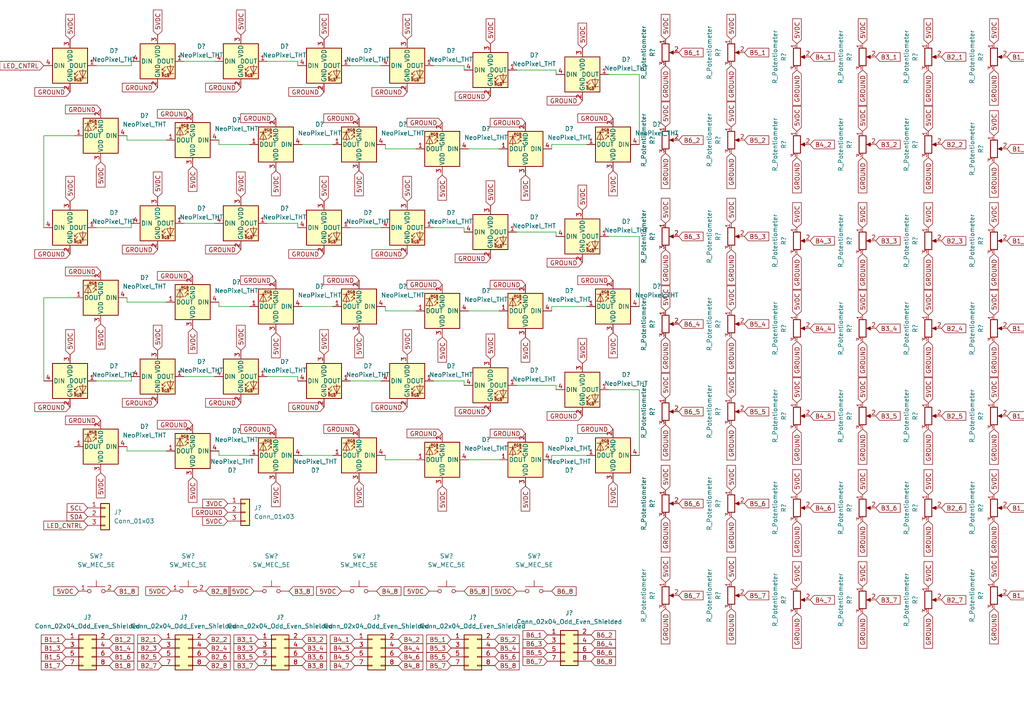
<source format=kicad_sch>
(kicad_sch (version 20211123) (generator eeschema)
  (paper "A4")
  (wire (pts (xy 77.47 17.78) (xy 86.36 17.78)))
  (wire (pts (xy 27.94 110.49) (xy 38.1 110.49)))
  (wire (pts (xy 63.5 41.91) (xy 63.5 40.64)))
  (wire (pts (xy 48.26 40.64) (xy 36.83 40.64)))
  (wire (pts (xy 176.53 21.59) (xy 185.42 21.59)))
  (wire (pts (xy 149.86 20.32) (xy 161.29 20.32)))
  (wire (pts (xy 125.73 110.49) (xy 134.62 110.49)))
  (wire (pts (xy 72.39 41.91) (xy 63.5 41.91)))
  (wire (pts (xy 21.59 39.37) (xy 12.7 39.37)))
  (wire (pts (xy 185.42 21.59) (xy 185.42 41.91)))
  (wire (pts (xy 134.62 19.05) (xy 134.62 20.32)))
  (wire (pts (xy 170.18 41.91) (xy 160.02 41.91)))
  (wire (pts (xy 38.1 66.04) (xy 38.1 64.77)))
  (wire (pts (xy 111.76 133.35) (xy 111.76 132.08)))
  (wire (pts (xy 160.02 132.08) (xy 160.02 133.35)))
  (wire (pts (xy 53.34 17.78) (xy 62.23 17.78)))
  (wire (pts (xy 161.29 67.31) (xy 161.29 68.58)))
  (wire (pts (xy 53.34 64.77) (xy 62.23 64.77)))
  (wire (pts (xy 12.7 86.36) (xy 12.7 110.49)))
  (wire (pts (xy 111.76 43.18) (xy 111.76 41.91)))
  (wire (pts (xy 135.89 43.18) (xy 144.78 43.18)))
  (wire (pts (xy 72.39 88.9) (xy 63.5 88.9)))
  (wire (pts (xy 48.26 130.81) (xy 36.83 130.81)))
  (wire (pts (xy 134.62 66.04) (xy 134.62 67.31)))
  (wire (pts (xy 87.63 132.08) (xy 96.52 132.08)))
  (wire (pts (xy 63.5 132.08) (xy 63.5 130.81)))
  (wire (pts (xy 135.89 133.35) (xy 144.78 133.35)))
  (wire (pts (xy 48.26 87.63) (xy 36.83 87.63)))
  (wire (pts (xy 77.47 109.22) (xy 86.36 109.22)))
  (wire (pts (xy 38.1 19.05) (xy 38.1 17.78)))
  (wire (pts (xy 161.29 111.76) (xy 161.29 113.03)))
  (wire (pts (xy 101.6 110.49) (xy 110.49 110.49)))
  (wire (pts (xy 170.18 132.08) (xy 160.02 132.08)))
  (wire (pts (xy 160.02 88.9) (xy 160.02 90.17)))
  (wire (pts (xy 170.18 88.9) (xy 160.02 88.9)))
  (wire (pts (xy 120.65 133.35) (xy 111.76 133.35)))
  (wire (pts (xy 77.47 64.77) (xy 86.36 64.77)))
  (wire (pts (xy 120.65 90.17) (xy 111.76 90.17)))
  (wire (pts (xy 125.73 19.05) (xy 134.62 19.05)))
  (wire (pts (xy 86.36 17.78) (xy 86.36 19.05)))
  (wire (pts (xy 36.83 40.64) (xy 36.83 39.37)))
  (wire (pts (xy 53.34 109.22) (xy 62.23 109.22)))
  (wire (pts (xy 86.36 109.22) (xy 86.36 110.49)))
  (wire (pts (xy 36.83 130.81) (xy 36.83 129.54)))
  (wire (pts (xy 176.53 68.58) (xy 185.42 68.58)))
  (wire (pts (xy 86.36 64.77) (xy 86.36 66.04)))
  (wire (pts (xy 21.59 86.36) (xy 12.7 86.36)))
  (wire (pts (xy 149.86 67.31) (xy 161.29 67.31)))
  (wire (pts (xy 101.6 19.05) (xy 110.49 19.05)))
  (wire (pts (xy 27.94 19.05) (xy 38.1 19.05)))
  (wire (pts (xy 185.42 113.03) (xy 185.42 132.08)))
  (wire (pts (xy 36.83 87.63) (xy 36.83 86.36)))
  (wire (pts (xy 160.02 41.91) (xy 160.02 43.18)))
  (wire (pts (xy 185.42 68.58) (xy 185.42 88.9)))
  (wire (pts (xy 101.6 66.04) (xy 110.49 66.04)))
  (wire (pts (xy 87.63 88.9) (xy 96.52 88.9)))
  (wire (pts (xy 176.53 113.03) (xy 185.42 113.03)))
  (wire (pts (xy 149.86 111.76) (xy 161.29 111.76)))
  (wire (pts (xy 111.76 90.17) (xy 111.76 88.9)))
  (wire (pts (xy 63.5 88.9) (xy 63.5 87.63)))
  (wire (pts (xy 12.7 39.37) (xy 12.7 66.04)))
  (wire (pts (xy 135.89 90.17) (xy 144.78 90.17)))
  (wire (pts (xy 27.94 66.04) (xy 38.1 66.04)))
  (wire (pts (xy 72.39 132.08) (xy 63.5 132.08)))
  (wire (pts (xy 87.63 41.91) (xy 96.52 41.91)))
  (wire (pts (xy 134.62 110.49) (xy 134.62 111.76)))
  (wire (pts (xy 38.1 110.49) (xy 38.1 109.22)))
  (wire (pts (xy 120.65 43.18) (xy 111.76 43.18)))
  (wire (pts (xy 125.73 66.04) (xy 134.62 66.04)))
  (wire (pts (xy 161.29 20.32) (xy 161.29 21.59)))
  (global_label "GROUND" (shape input) (at 29.21 31.75 180) (property "Intersheet References" "${INTERSHEET_REFS}" (effects hide)))
  (global_label "B4_5" (shape input) (at 234.95 120.65 0) (property "Intersheet References" "${INTERSHEET_REFS}" (effects hide)))
  (global_label "5VDC" (shape input) (at 193.04 90.17 90) (property "Intersheet References" "${INTERSHEET_REFS}" (effects hide)))
  (global_label "B3_6" (shape input) (at 254 147.32 0) (property "Intersheet References" "${INTERSHEET_REFS}" (effects hide)))
  (global_label "B5_8" (shape input) (at 143.51 193.04 0) (property "Intersheet References" "${INTERSHEET_REFS}" (effects hide)))
  (global_label "5VDC" (shape input) (at 29.21 137.16 270) (property "Intersheet References" "${INTERSHEET_REFS}" (effects hide)))
  (global_label "GROUND" (shape input) (at 231.14 20.32 270) (property "Intersheet References" "${INTERSHEET_REFS}" (effects hide)))
  (global_label "LED_CNTRL" (shape input) (at 25.4 152.4 180) (property "Intersheet References" "${INTERSHEET_REFS}" (effects hide)))
  (global_label "5VDC" (shape input) (at 93.98 58.42 90) (property "Intersheet References" "${INTERSHEET_REFS}" (effects hide)))
  (global_label "B5_3" (shape input) (at 130.81 187.96 180) (property "Intersheet References" "${INTERSHEET_REFS}" (effects hide)))
  (global_label "GROUND" (shape input) (at 152.4 125.73 180) (property "Intersheet References" "${INTERSHEET_REFS}" (effects hide)))
  (global_label "5VDC" (shape input) (at 212.09 11.43 90) (property "Intersheet References" "${INTERSHEET_REFS}" (effects hide)))
  (global_label "GROUND" (shape input) (at 104.14 124.46 180) (property "Intersheet References" "${INTERSHEET_REFS}" (effects hide)))
  (global_label "GROUND" (shape input) (at 269.24 177.8 270) (property "Intersheet References" "${INTERSHEET_REFS}" (effects hide)))
  (global_label "GROUND" (shape input) (at 250.19 73.66 270) (property "Intersheet References" "${INTERSHEET_REFS}" (effects hide)))
  (global_label "GROUND" (shape input) (at 142.24 119.38 180) (property "Intersheet References" "${INTERSHEET_REFS}" (effects hide)))
  (global_label "GROUND" (shape input) (at 231.14 99.06 270) (property "Intersheet References" "${INTERSHEET_REFS}" (effects hide)))
  (global_label "B1_7" (shape input) (at 19.05 193.04 180) (property "Intersheet References" "${INTERSHEET_REFS}" (effects hide)))
  (global_label "5VDC" (shape input) (at 168.91 13.97 90) (property "Intersheet References" "${INTERSHEET_REFS}" (effects hide)))
  (global_label "B2_1" (shape input) (at 273.05 16.51 0) (property "Intersheet References" "${INTERSHEET_REFS}" (effects hide)))
  (global_label "GROUND" (shape input) (at 193.04 176.53 270) (property "Intersheet References" "${INTERSHEET_REFS}" (effects hide)))
  (global_label "B3_4" (shape input) (at 254 95.25 0) (property "Intersheet References" "${INTERSHEET_REFS}" (effects hide)))
  (global_label "GROUND" (shape input) (at 118.11 26.67 180) (property "Intersheet References" "${INTERSHEET_REFS}" (effects hide)))
  (global_label "B1_1" (shape input) (at 292.1 16.51 0) (property "Intersheet References" "${INTERSHEET_REFS}" (effects hide)))
  (global_label "5VDC" (shape input) (at 69.85 57.15 90) (property "Intersheet References" "${INTERSHEET_REFS}" (effects hide)))
  (global_label "5VDC" (shape input) (at 45.72 57.15 90) (property "Intersheet References" "${INTERSHEET_REFS}" (effects hide)))
  (global_label "B6_2" (shape input) (at 196.85 40.64 0) (property "Intersheet References" "${INTERSHEET_REFS}" (effects hide)))
  (global_label "GROUND" (shape input) (at 231.14 124.46 270) (property "Intersheet References" "${INTERSHEET_REFS}" (effects hide)))
  (global_label "GROUND" (shape input) (at 212.09 72.39 270) (property "Intersheet References" "${INTERSHEET_REFS}" (effects hide)))
  (global_label "5VDC" (shape input) (at 80.01 139.7 270) (property "Intersheet References" "${INTERSHEET_REFS}" (effects hide)))
  (global_label "B3_5" (shape input) (at 254 120.65 0) (property "Intersheet References" "${INTERSHEET_REFS}" (effects hide)))
  (global_label "5VDC" (shape input) (at 231.14 12.7 90) (property "Intersheet References" "${INTERSHEET_REFS}" (effects hide)))
  (global_label "B4_1" (shape input) (at 234.95 16.51 0) (property "Intersheet References" "${INTERSHEET_REFS}" (effects hide)))
  (global_label "5VDC" (shape input) (at 269.24 66.04 90) (property "Intersheet References" "${INTERSHEET_REFS}" (effects hide)))
  (global_label "B1_8" (shape input) (at 33.02 171.45 0) (property "Intersheet References" "${INTERSHEET_REFS}" (effects hide)))
  (global_label "B6_4" (shape input) (at 196.85 93.98 0) (property "Intersheet References" "${INTERSHEET_REFS}" (effects hide)))
  (global_label "5VDC" (shape input) (at 193.04 168.91 90) (property "Intersheet References" "${INTERSHEET_REFS}" (effects hide)))
  (global_label "GROUND" (shape input) (at 269.24 45.72 270) (property "Intersheet References" "${INTERSHEET_REFS}" (effects hide)))
  (global_label "GROUND" (shape input) (at 128.27 125.73 180) (property "Intersheet References" "${INTERSHEET_REFS}" (effects hide)))
  (global_label "5VDC" (shape input) (at 269.24 38.1 90) (property "Intersheet References" "${INTERSHEET_REFS}" (effects hide)))
  (global_label "5VDC" (shape input) (at 69.85 101.6 90) (property "Intersheet References" "${INTERSHEET_REFS}" (effects hide)))
  (global_label "5VDC" (shape input) (at 250.19 170.18 90) (property "Intersheet References" "${INTERSHEET_REFS}" (effects hide)))
  (global_label "B3_8" (shape input) (at 87.63 193.04 0) (property "Intersheet References" "${INTERSHEET_REFS}" (effects hide)))
  (global_label "GROUND" (shape input) (at 212.09 149.86 270) (property "Intersheet References" "${INTERSHEET_REFS}" (effects hide)))
  (global_label "5VDC" (shape input) (at 104.14 49.53 270) (property "Intersheet References" "${INTERSHEET_REFS}" (effects hide)))
  (global_label "5VDC" (shape input) (at 231.14 38.1 90) (property "Intersheet References" "${INTERSHEET_REFS}" (effects hide)))
  (global_label "GROUND" (shape input) (at 250.19 177.8 270) (property "Intersheet References" "${INTERSHEET_REFS}" (effects hide)))
  (global_label "3VDC" (shape input) (at 66.04 146.05 180) (property "Intersheet References" "${INTERSHEET_REFS}" (effects hide)))
  (global_label "GROUND" (shape input) (at 231.14 45.72 270) (property "Intersheet References" "${INTERSHEET_REFS}" (effects hide)))
  (global_label "B1_4" (shape input) (at 31.75 187.96 0) (property "Intersheet References" "${INTERSHEET_REFS}" (effects hide)))
  (global_label "GROUND" (shape input) (at 193.04 44.45 270) (property "Intersheet References" "${INTERSHEET_REFS}" (effects hide)))
  (global_label "5VDC" (shape input) (at 250.19 12.7 90) (property "Intersheet References" "${INTERSHEET_REFS}" (effects hide)))
  (global_label "5VDC" (shape input) (at 118.11 58.42 90) (property "Intersheet References" "${INTERSHEET_REFS}" (effects hide)))
  (global_label "GROUND" (shape input) (at 29.21 121.92 180) (property "Intersheet References" "${INTERSHEET_REFS}" (effects hide)))
  (global_label "GROUND" (shape input) (at 128.27 82.55 180) (property "Intersheet References" "${INTERSHEET_REFS}" (effects hide)))
  (global_label "5VDC" (shape input) (at 288.29 66.04 90) (property "Intersheet References" "${INTERSHEET_REFS}" (effects hide)))
  (global_label "GROUND" (shape input) (at 269.24 99.06 270) (property "Intersheet References" "${INTERSHEET_REFS}" (effects hide)))
  (global_label "GROUND" (shape input) (at 118.11 118.11 180) (property "Intersheet References" "${INTERSHEET_REFS}" (effects hide)))
  (global_label "GROUND" (shape input) (at 231.14 177.8 270) (property "Intersheet References" "${INTERSHEET_REFS}" (effects hide)))
  (global_label "GROUND" (shape input) (at 29.21 78.74 180) (property "Intersheet References" "${INTERSHEET_REFS}" (effects hide)))
  (global_label "5VDC" (shape input) (at 93.98 102.87 90) (property "Intersheet References" "${INTERSHEET_REFS}" (effects hide)))
  (global_label "B3_3" (shape input) (at 254 69.85 0) (property "Intersheet References" "${INTERSHEET_REFS}" (effects hide)))
  (global_label "5VDC" (shape input) (at 269.24 116.84 90) (property "Intersheet References" "${INTERSHEET_REFS}" (effects hide)))
  (global_label "B1_6" (shape input) (at 31.75 190.5 0) (property "Intersheet References" "${INTERSHEET_REFS}" (effects hide)))
  (global_label "B1_5" (shape input) (at 292.1 120.65 0) (property "Intersheet References" "${INTERSHEET_REFS}" (effects hide)))
  (global_label "B6_7" (shape input) (at 158.75 191.77 180) (property "Intersheet References" "${INTERSHEET_REFS}" (effects hide)))
  (global_label "5VDC" (shape input) (at 20.32 11.43 90) (property "Intersheet References" "${INTERSHEET_REFS}" (effects hide)))
  (global_label "B4_8" (shape input) (at 115.57 193.04 0) (property "Intersheet References" "${INTERSHEET_REFS}" (effects hide)))
  (global_label "5VDC" (shape input) (at 212.09 64.77 90) (property "Intersheet References" "${INTERSHEET_REFS}" (effects hide)))
  (global_label "GROUND" (shape input) (at 288.29 176.53 270) (property "Intersheet References" "${INTERSHEET_REFS}" (effects hide)))
  (global_label "B3_6" (shape input) (at 87.63 190.5 0) (property "Intersheet References" "${INTERSHEET_REFS}" (effects hide)))
  (global_label "GROUND" (shape input) (at 193.04 97.79 270) (property "Intersheet References" "${INTERSHEET_REFS}" (effects hide)))
  (global_label "GROUND" (shape input) (at 288.29 99.06 270) (property "Intersheet References" "${INTERSHEET_REFS}" (effects hide)))
  (global_label "B1_4" (shape input) (at 292.1 95.25 0) (property "Intersheet References" "${INTERSHEET_REFS}" (effects hide)))
  (global_label "GROUND" (shape input) (at 69.85 72.39 180) (property "Intersheet References" "${INTERSHEET_REFS}" (effects hide)))
  (global_label "B3_2" (shape input) (at 254 41.91 0) (property "Intersheet References" "${INTERSHEET_REFS}" (effects hide)))
  (global_label "B2_4" (shape input) (at 59.69 187.96 0) (property "Intersheet References" "${INTERSHEET_REFS}" (effects hide)))
  (global_label "5VDC" (shape input) (at 212.09 90.17 90) (property "Intersheet References" "${INTERSHEET_REFS}" (effects hide)))
  (global_label "5VDC" (shape input) (at 231.14 66.04 90) (property "Intersheet References" "${INTERSHEET_REFS}" (effects hide)))
  (global_label "SDA" (shape input) (at 25.4 149.86 180) (property "Intersheet References" "${INTERSHEET_REFS}" (effects hide)))
  (global_label "B5_7" (shape input) (at 130.81 193.04 180) (property "Intersheet References" "${INTERSHEET_REFS}" (effects hide)))
  (global_label "5VDC" (shape input) (at 142.24 59.69 90) (property "Intersheet References" "${INTERSHEET_REFS}" (effects hide)))
  (global_label "GROUND" (shape input) (at 20.32 118.11 180) (property "Intersheet References" "${INTERSHEET_REFS}" (effects hide)))
  (global_label "B6_3" (shape input) (at 158.75 186.69 180) (property "Intersheet References" "${INTERSHEET_REFS}" (effects hide)))
  (global_label "B5_5" (shape input) (at 130.81 190.5 180) (property "Intersheet References" "${INTERSHEET_REFS}" (effects hide)))
  (global_label "B3_8" (shape input) (at 83.82 171.45 0) (property "Intersheet References" "${INTERSHEET_REFS}" (effects hide)))
  (global_label "B2_2" (shape input) (at 273.05 41.91 0) (property "Intersheet References" "${INTERSHEET_REFS}" (effects hide)))
  (global_label "5VDC" (shape input) (at 152.4 97.79 270) (property "Intersheet References" "${INTERSHEET_REFS}" (effects hide)))
  (global_label "GROUND" (shape input) (at 118.11 73.66 180) (property "Intersheet References" "${INTERSHEET_REFS}" (effects hide)))
  (global_label "GROUND" (shape input) (at 250.19 20.32 270) (property "Intersheet References" "${INTERSHEET_REFS}" (effects hide)))
  (global_label "GROUND" (shape input) (at 80.01 124.46 180) (property "Intersheet References" "${INTERSHEET_REFS}" (effects hide)))
  (global_label "GROUND" (shape input) (at 269.24 20.32 270) (property "Intersheet References" "${INTERSHEET_REFS}" (effects hide)))
  (global_label "B2_8" (shape input) (at 59.69 193.04 0) (property "Intersheet References" "${INTERSHEET_REFS}" (effects hide)))
  (global_label "B1_2" (shape input) (at 292.1 43.18 0) (property "Intersheet References" "${INTERSHEET_REFS}" (effects hide)))
  (global_label "5VDC" (shape input) (at 288.29 91.44 90) (property "Intersheet References" "${INTERSHEET_REFS}" (effects hide)))
  (global_label "B4_6" (shape input) (at 234.95 147.32 0) (property "Intersheet References" "${INTERSHEET_REFS}" (effects hide)))
  (global_label "GROUND" (shape input) (at 69.85 25.4 180) (property "Intersheet References" "${INTERSHEET_REFS}" (effects hide)))
  (global_label "5VDC" (shape input) (at 177.8 139.7 270) (property "Intersheet References" "${INTERSHEET_REFS}" (effects hide)))
  (global_label "5VDC" (shape input) (at 149.86 171.45 180) (property "Intersheet References" "${INTERSHEET_REFS}" (effects hide)))
  (global_label "GROUND" (shape input) (at 193.04 72.39 270) (property "Intersheet References" "${INTERSHEET_REFS}" (effects hide)))
  (global_label "5VDC" (shape input) (at 250.19 38.1 90) (property "Intersheet References" "${INTERSHEET_REFS}" (effects hide)))
  (global_label "B2_4" (shape input) (at 273.05 95.25 0) (property "Intersheet References" "${INTERSHEET_REFS}" (effects hide)))
  (global_label "5VDC" (shape input) (at 73.66 171.45 180) (property "Intersheet References" "${INTERSHEET_REFS}" (effects hide)))
  (global_label "5VDC" (shape input) (at 250.19 116.84 90) (property "Intersheet References" "${INTERSHEET_REFS}" (effects hide)))
  (global_label "B4_2" (shape input) (at 234.95 41.91 0) (property "Intersheet References" "${INTERSHEET_REFS}" (effects hide)))
  (global_label "B5_4" (shape input) (at 143.51 187.96 0) (property "Intersheet References" "${INTERSHEET_REFS}" (effects hide)))
  (global_label "5VDC" (shape input) (at 193.04 36.83 90) (property "Intersheet References" "${INTERSHEET_REFS}" (effects hide)))
  (global_label "GROUND" (shape input) (at 45.72 25.4 180) (property "Intersheet References" "${INTERSHEET_REFS}" (effects hide)))
  (global_label "B2_8" (shape input) (at 59.69 171.45 0) (property "Intersheet References" "${INTERSHEET_REFS}" (effects hide)))
  (global_label "B6_3" (shape input) (at 196.85 68.58 0) (property "Intersheet References" "${INTERSHEET_REFS}" (effects hide)))
  (global_label "5VDC" (shape input) (at 104.14 139.7 270) (property "Intersheet References" "${INTERSHEET_REFS}" (effects hide)))
  (global_label "5VDC" (shape input) (at 128.27 97.79 270) (property "Intersheet References" "${INTERSHEET_REFS}" (effects hide)))
  (global_label "5VDC" (shape input) (at 269.24 143.51 90) (property "Intersheet References" "${INTERSHEET_REFS}" (effects hide)))
  (global_label "GROUND" (shape input) (at 177.8 124.46 180) (property "Intersheet References" "${INTERSHEET_REFS}" (effects hide)))
  (global_label "B1_1" (shape input) (at 19.05 185.42 180) (property "Intersheet References" "${INTERSHEET_REFS}" (effects hide)))
  (global_label "GROUND" (shape input) (at 177.8 81.28 180) (property "Intersheet References" "${INTERSHEET_REFS}" (effects hide)))
  (global_label "GROUND" (shape input) (at 152.4 35.56 180) (property "Intersheet References" "${INTERSHEET_REFS}" (effects hide)))
  (global_label "GROUND" (shape input) (at 269.24 151.13 270) (property "Intersheet References" "${INTERSHEET_REFS}" (effects hide)))
  (global_label "B2_3" (shape input) (at 46.99 187.96 180) (property "Intersheet References" "${INTERSHEET_REFS}" (effects hide)))
  (global_label "5VDC" (shape input) (at 66.04 151.13 180) (property "Intersheet References" "${INTERSHEET_REFS}" (effects hide)))
  (global_label "5VDC" (shape input) (at 20.32 58.42 90) (property "Intersheet References" "${INTERSHEET_REFS}" (effects hide)))
  (global_label "GROUND" (shape input) (at 45.72 72.39 180) (property "Intersheet References" "${INTERSHEET_REFS}" (effects hide)))
  (global_label "5VDC" (shape input) (at 212.09 168.91 90) (property "Intersheet References" "${INTERSHEET_REFS}" (effects hide)))
  (global_label "5VDC" (shape input) (at 288.29 143.51 90) (property "Intersheet References" "${INTERSHEET_REFS}" (effects hide)))
  (global_label "5VDC" (shape input) (at 142.24 104.14 90) (property "Intersheet References" "${INTERSHEET_REFS}" (effects hide)))
  (global_label "B2_6" (shape input) (at 59.69 190.5 0) (property "Intersheet References" "${INTERSHEET_REFS}" (effects hide)))
  (global_label "B4_5" (shape input) (at 102.87 190.5 180) (property "Intersheet References" "${INTERSHEET_REFS}" (effects hide)))
  (global_label "5VDC" (shape input) (at 193.04 64.77 90) (property "Intersheet References" "${INTERSHEET_REFS}" (effects hide)))
  (global_label "5VDC" (shape input) (at 29.21 93.98 270) (property "Intersheet References" "${INTERSHEET_REFS}" (effects hide)))
  (global_label "GROUND" (shape input) (at 20.32 73.66 180) (property "Intersheet References" "${INTERSHEET_REFS}" (effects hide)))
  (global_label "B5_2" (shape input) (at 143.51 185.42 0) (property "Intersheet References" "${INTERSHEET_REFS}" (effects hide)))
  (global_label "5VDC" (shape input) (at 250.19 66.04 90) (property "Intersheet References" "${INTERSHEET_REFS}" (effects hide)))
  (global_label "5VDC" (shape input) (at 80.01 96.52 270) (property "Intersheet References" "${INTERSHEET_REFS}" (effects hide)))
  (global_label "GROUND" (shape input) (at 104.14 34.29 180) (property "Intersheet References" "${INTERSHEET_REFS}" (effects hide)))
  (global_label "5VDC" (shape input) (at 93.98 11.43 90) (property "Intersheet References" "${INTERSHEET_REFS}" (effects hide)))
  (global_label "5VDC" (shape input) (at 231.14 91.44 90) (property "Intersheet References" "${INTERSHEET_REFS}" (effects hide)))
  (global_label "B4_7" (shape input) (at 234.95 173.99 0) (property "Intersheet References" "${INTERSHEET_REFS}" (effects hide)))
  (global_label "B4_3" (shape input) (at 102.87 187.96 180) (property "Intersheet References" "${INTERSHEET_REFS}" (effects hide)))
  (global_label "B5_1" (shape input) (at 130.81 185.42 180) (property "Intersheet References" "${INTERSHEET_REFS}" (effects hide)))
  (global_label "B5_8" (shape input) (at 134.62 171.45 0) (property "Intersheet References" "${INTERSHEET_REFS}" (effects hide)))
  (global_label "B4_4" (shape input) (at 234.95 95.25 0) (property "Intersheet References" "${INTERSHEET_REFS}" (effects hide)))
  (global_label "5VDC" (shape input) (at 118.11 11.43 90) (property "Intersheet References" "${INTERSHEET_REFS}" (effects hide)))
  (global_label "5VDC" (shape input) (at 142.24 12.7 90) (property "Intersheet References" "${INTERSHEET_REFS}" (effects hide)))
  (global_label "B2_6" (shape input) (at 273.05 147.32 0) (property "Intersheet References" "${INTERSHEET_REFS}" (effects hide)))
  (global_label "5VDC" (shape input) (at 231.14 116.84 90) (property "Intersheet References" "${INTERSHEET_REFS}" (effects hide)))
  (global_label "B4_8" (shape input) (at 109.22 171.45 0) (property "Intersheet References" "${INTERSHEET_REFS}" (effects hide)))
  (global_label "B6_1" (shape input) (at 158.75 184.15 180) (property "Intersheet References" "${INTERSHEET_REFS}" (effects hide)))
  (global_label "B1_2" (shape input) (at 31.75 185.42 0) (property "Intersheet References" "${INTERSHEET_REFS}" (effects hide)))
  (global_label "B6_6" (shape input) (at 171.45 189.23 0) (property "Intersheet References" "${INTERSHEET_REFS}" (effects hide)))
  (global_label "GROUND" (shape input) (at 80.01 34.29 180) (property "Intersheet References" "${INTERSHEET_REFS}" (effects hide)))
  (global_label "5VDC" (shape input) (at 177.8 96.52 270) (property "Intersheet References" "${INTERSHEET_REFS}" (effects hide)))
  (global_label "GROUND" (shape input) (at 55.88 123.19 180) (property "Intersheet References" "${INTERSHEET_REFS}" (effects hide)))
  (global_label "5VDC" (shape input) (at 193.04 11.43 90) (property "Intersheet References" "${INTERSHEET_REFS}" (effects hide)))
  (global_label "B5_2" (shape input) (at 215.9 40.64 0) (property "Intersheet References" "${INTERSHEET_REFS}" (effects hide)))
  (global_label "5VDC" (shape input) (at 55.88 48.26 270) (property "Intersheet References" "${INTERSHEET_REFS}" (effects hide)))
  (global_label "GROUND" (shape input) (at 193.04 149.86 270) (property "Intersheet References" "${INTERSHEET_REFS}" (effects hide)))
  (global_label "B6_6" (shape input) (at 196.85 146.05 0) (property "Intersheet References" "${INTERSHEET_REFS}" (effects hide)))
  (global_label "5VDC" (shape input) (at 288.29 168.91 90) (property "Intersheet References" "${INTERSHEET_REFS}" (effects hide)))
  (global_label "B2_2" (shape input) (at 59.69 185.42 0) (property "Intersheet References" "${INTERSHEET_REFS}" (effects hide)))
  (global_label "5VDC" (shape input) (at 231.14 143.51 90) (property "Intersheet References" "${INTERSHEET_REFS}" (effects hide)))
  (global_label "B6_5" (shape input) (at 196.85 119.38 0) (property "Intersheet References" "${INTERSHEET_REFS}" (effects hide)))
  (global_label "5VDC" (shape input) (at 212.09 142.24 90) (property "Intersheet References" "${INTERSHEET_REFS}" (effects hide)))
  (global_label "B1_8" (shape input) (at 31.75 193.04 0) (property "Intersheet References" "${INTERSHEET_REFS}" (effects hide)))
  (global_label "B6_5" (shape input) (at 158.75 189.23 180) (property "Intersheet References" "${INTERSHEET_REFS}" (effects hide)))
  (global_label "GROUND" (shape input) (at 177.8 34.29 180) (property "Intersheet References" "${INTERSHEET_REFS}" (effects hide)))
  (global_label "5VDC" (shape input) (at 288.29 116.84 90) (property "Intersheet References" "${INTERSHEET_REFS}" (effects hide)))
  (global_label "GROUND" (shape input) (at 93.98 73.66 180) (property "Intersheet References" "${INTERSHEET_REFS}" (effects hide)))
  (global_label "B3_1" (shape input) (at 254 16.51 0) (property "Intersheet References" "${INTERSHEET_REFS}" (effects hide)))
  (global_label "GROUND" (shape input) (at 212.09 176.53 270) (property "Intersheet References" "${INTERSHEET_REFS}" (effects hide)))
  (global_label "GROUND" (shape input) (at 212.09 123.19 270) (property "Intersheet References" "${INTERSHEET_REFS}" (effects hide)))
  (global_label "GROUND" (shape input) (at 55.88 80.01 180) (property "Intersheet References" "${INTERSHEET_REFS}" (effects hide)))
  (global_label "B3_7" (shape input) (at 254 173.99 0) (property "Intersheet References" "${INTERSHEET_REFS}" (effects hide)))
  (global_label "B6_8" (shape input) (at 160.02 171.45 0) (property "Intersheet References" "${INTERSHEET_REFS}" (effects hide)))
  (global_label "GROUND" (shape input) (at 288.29 20.32 270) (property "Intersheet References" "${INTERSHEET_REFS}" (effects hide)))
  (global_label "B3_4" (shape input) (at 87.63 187.96 0) (property "Intersheet References" "${INTERSHEET_REFS}" (effects hide)))
  (global_label "B1_6" (shape input) (at 292.1 147.32 0) (property "Intersheet References" "${INTERSHEET_REFS}" (effects hide)))
  (global_label "B3_7" (shape input) (at 74.93 193.04 180) (property "Intersheet References" "${INTERSHEET_REFS}" (effects hide)))
  (global_label "5VDC" (shape input) (at 128.27 50.8 270) (property "Intersheet References" "${INTERSHEET_REFS}" (effects hide)))
  (global_label "5VDC" (shape input) (at 212.09 36.83 90) (property "Intersheet References" "${INTERSHEET_REFS}" (effects hide)))
  (global_label "GROUND" (shape input) (at 212.09 19.05 270) (property "Intersheet References" "${INTERSHEET_REFS}" (effects hide)))
  (global_label "B3_1" (shape input) (at 74.93 185.42 180) (property "Intersheet References" "${INTERSHEET_REFS}" (effects hide)))
  (global_label "GROUND" (shape input) (at 80.01 81.28 180) (property "Intersheet References" "${INTERSHEET_REFS}" (effects hide)))
  (global_label "B4_3" (shape input) (at 234.95 69.85 0) (property "Intersheet References" "${INTERSHEET_REFS}" (effects hide)))
  (global_label "B6_1" (shape input) (at 196.85 15.24 0) (property "Intersheet References" "${INTERSHEET_REFS}" (effects hide)))
  (global_label "B1_3" (shape input) (at 292.1 69.85 0) (property "Intersheet References" "${INTERSHEET_REFS}" (effects hide)))
  (global_label "B2_5" (shape input) (at 273.05 120.65 0) (property "Intersheet References" "${INTERSHEET_REFS}" (effects hide)))
  (global_label "5VDC" (shape input) (at 152.4 140.97 270) (property "Intersheet References" "${INTERSHEET_REFS}" (effects hide)))
  (global_label "5VDC" (shape input) (at 69.85 10.16 90) (property "Intersheet References" "${INTERSHEET_REFS}" (effects hide)))
  (global_label "B4_1" (shape input) (at 102.87 185.42 180) (property "Intersheet References" "${INTERSHEET_REFS}" (effects hide)))
  (global_label "GROUND" (shape input) (at 288.29 151.13 270) (property "Intersheet References" "${INTERSHEET_REFS}" (effects hide)))
  (global_label "GROUND" (shape input) (at 193.04 123.19 270) (property "Intersheet References" "${INTERSHEET_REFS}" (effects hide)))
  (global_label "GROUND" (shape input) (at 142.24 74.93 180) (property "Intersheet References" "${INTERSHEET_REFS}" (effects hide)))
  (global_label "GROUND" (shape input) (at 212.09 97.79 270) (property "Intersheet References" "${INTERSHEET_REFS}" (effects hide)))
  (global_label "GROUND" (shape input) (at 69.85 116.84 180) (property "Intersheet References" "${INTERSHEET_REFS}" (effects hide)))
  (global_label "5VDC" (shape input) (at 250.19 143.51 90) (property "Intersheet References" "${INTERSHEET_REFS}" (effects hide)))
  (global_label "B5_4" (shape input) (at 215.9 93.98 0) (property "Intersheet References" "${INTERSHEET_REFS}" (effects hide)))
  (global_label "5VDC" (shape input) (at 55.88 138.43 270) (property "Intersheet References" "${INTERSHEET_REFS}" (effects hide)))
  (global_label "B3_5" (shape input) (at 74.93 190.5 180) (property "Intersheet References" "${INTERSHEET_REFS}" (effects hide)))
  (global_label "GROUND" (shape input) (at 193.04 19.05 270) (property "Intersheet References" "${INTERSHEET_REFS}" (effects hide)))
  (global_label "5VDC" (shape input) (at 55.88 95.25 270) (property "Intersheet References" "${INTERSHEET_REFS}" (effects hide)))
  (global_label "5VDC" (shape input) (at 104.14 96.52 270) (property "Intersheet References" "${INTERSHEET_REFS}" (effects hide)))
  (global_label "B6_8" (shape input) (at 171.45 191.77 0) (property "Intersheet References" "${INTERSHEET_REFS}" (effects hide)))
  (global_label "GROUND" (shape input) (at 250.19 99.06 270) (property "Intersheet References" "${INTERSHEET_REFS}" (effects hide)))
  (global_label "GROUND" (shape input) (at 250.19 124.46 270) (property "Intersheet References" "${INTERSHEET_REFS}" (effects hide)))
  (global_label "GROUND" (shape input) (at 231.14 73.66 270) (property "Intersheet References" "${INTERSHEET_REFS}" (effects hide)))
  (global_label "B1_3" (shape input) (at 19.05 187.96 180) (property "Intersheet References" "${INTERSHEET_REFS}" (effects hide)))
  (global_label "GROUND" (shape input) (at 250.19 151.13 270) (property "Intersheet References" "${INTERSHEET_REFS}" (effects hide)))
  (global_label "B3_3" (shape input) (at 74.93 187.96 180) (property "Intersheet References" "${INTERSHEET_REFS}" (effects hide)))
  (global_label "GROUND" (shape input) (at 269.24 73.66 270) (property "Intersheet References" "${INTERSHEET_REFS}" (effects hide)))
  (global_label "GROUND" (shape input) (at 288.29 124.46 270) (property "Intersheet References" "${INTERSHEET_REFS}" (effects hide)))
  (global_label "B2_3" (shape input) (at 273.05 69.85 0) (property "Intersheet References" "${INTERSHEET_REFS}" (effects hide)))
  (global_label "5VDC" (shape input) (at 80.01 49.53 270) (property "Intersheet References" "${INTERSHEET_REFS}" (effects hide)))
  (global_label "5VDC" (shape input) (at 128.27 140.97 270) (property "Intersheet References" "${INTERSHEET_REFS}" (effects hide)))
  (global_label "B4_2" (shape input) (at 115.57 185.42 0) (property "Intersheet References" "${INTERSHEET_REFS}" (effects hide)))
  (global_label "B4_6" (shape input) (at 115.57 190.5 0) (property "Intersheet References" "${INTERSHEET_REFS}" (effects hide)))
  (global_label "GROUND" (shape input) (at 93.98 26.67 180) (property "Intersheet References" "${INTERSHEET_REFS}" (effects hide)))
  (global_label "5VDC" (shape input) (at 22.86 171.45 180) (property "Intersheet References" "${INTERSHEET_REFS}" (effects hide)))
  (global_label "B2_7" (shape input) (at 273.05 173.99 0) (property "Intersheet References" "${INTERSHEET_REFS}" (effects hide)))
  (global_label "5VDC" (shape input) (at 288.29 12.7 90) (property "Intersheet References" "${INTERSHEET_REFS}" (effects hide)))
  (global_label "B2_1" (shape input) (at 46.99 185.42 180) (property "Intersheet References" "${INTERSHEET_REFS}" (effects hide)))
  (global_label "B6_7" (shape input) (at 196.85 172.72 0) (property "Intersheet References" "${INTERSHEET_REFS}" (effects hide)))
  (global_label "GROUND" (shape input) (at 168.91 76.2 180) (property "Intersheet References" "${INTERSHEET_REFS}" (effects hide)))
  (global_label "B5_7" (shape input) (at 215.9 172.72 0) (property "Intersheet References" "${INTERSHEET_REFS}" (effects hide)))
  (global_label "GROUND" (shape input) (at 55.88 33.02 180) (property "Intersheet References" "${INTERSHEET_REFS}" (effects hide)))
  (global_label "GROUND" (shape input) (at 104.14 81.28 180) (property "Intersheet References" "${INTERSHEET_REFS}" (effects hide)))
  (global_label "5VDC" (shape input) (at 124.46 171.45 180) (property "Intersheet References" "${INTERSHEET_REFS}" (effects hide)))
  (global_label "B5_1" (shape input) (at 215.9 15.24 0) (property "Intersheet References" "${INTERSHEET_REFS}" (effects hide)))
  (global_label "GROUND" (shape input) (at 152.4 82.55 180) (property "Intersheet References" "${INTERSHEET_REFS}" (effects hide)))
  (global_label "B4_7" (shape input) (at 102.87 193.04 180) (property "Intersheet References" "${INTERSHEET_REFS}" (effects hide)))
  (global_label "5VDC" (shape input) (at 193.04 142.24 90) (property "Intersheet References" "${INTERSHEET_REFS}" (effects hide)))
  (global_label "5VDC" (shape input) (at 168.91 60.96 90) (property "Intersheet References" "${INTERSHEET_REFS}" (effects hide)))
  (global_label "5VDC" (shape input) (at 269.24 91.44 90) (property "Intersheet References" "${INTERSHEET_REFS}" (effects hide)))
  (global_label "5VDC" (shape input) (at 212.09 115.57 90) (property "Intersheet References" "${INTERSHEET_REFS}" (effects hide)))
  (global_label "5VDC" (shape input) (at 269.24 12.7 90) (property "Intersheet References" "${INTERSHEET_REFS}" (effects hide)))
  (global_label "5VDC" (shape input) (at 45.72 101.6 90) (property "Intersheet References" "${INTERSHEET_REFS}" (effects hide)))
  (global_label "SCL" (shape input) (at 25.4 147.32 180) (property "Intersheet References" "${INTERSHEET_REFS}" (effects hide)))
  (global_label "GROUND" (shape input) (at 142.24 27.94 180) (property "Intersheet References" "${INTERSHEET_REFS}" (effects hide)))
  (global_label "5VDC" (shape input) (at 99.06 171.45 180) (property "Intersheet References" "${INTERSHEET_REFS}" (effects hide)))
  (global_label "5VDC" (shape input) (at 288.29 39.37 90) (property "Intersheet References" "${INTERSHEET_REFS}" (effects hide)))
  (global_label "B5_3" (shape input) (at 215.9 68.58 0) (property "Intersheet References" "${INTERSHEET_REFS}" (effects hide)))
  (global_label "GROUND" (shape input) (at 288.29 73.66 270) (property "Intersheet References" "${INTERSHEET_REFS}" (effects hide)))
  (global_label "LED_CNTRL" (shape input) (at 12.7 19.05 180) (property "Intersheet References" "${INTERSHEET_REFS}" (effects hide)))
  (global_label "5VDC" (shape input) (at 49.53 171.45 180) (property "Intersheet References" "${INTERSHEET_REFS}" (effects hide)))
  (global_label "B5_5" (shape input) (at 215.9 119.38 0) (property "Intersheet References" "${INTERSHEET_REFS}" (effects hide)))
  (global_label "5VDC" (shape input) (at 152.4 50.8 270) (property "Intersheet References" "${INTERSHEET_REFS}" (effects hide)))
  (global_label "GROUND" (shape input) (at 20.32 26.67 180) (property "Intersheet References" "${INTERSHEET_REFS}" (effects hide)))
  (global_label "5VDC" (shape input) (at 45.72 10.16 90) (property "Intersheet References" "${INTERSHEET_REFS}" (effects hide)))
  (global_label "5VDC" (shape input) (at 231.14 170.18 90) (property "Intersheet References" "${INTERSHEET_REFS}" (effects hide)))
  (global_label "GROUND" (shape input) (at 66.04 148.59 180) (property "Intersheet References" "${INTERSHEET_REFS}" (effects hide)))
  (global_label "5VDC" (shape input) (at 193.04 115.57 90) (property "Intersheet References" "${INTERSHEET_REFS}" (effects hide)))
  (global_label "5VDC" (shape input) (at 29.21 46.99 270) (property "Intersheet References" "${INTERSHEET_REFS}" (effects hide)))
  (global_label "B4_4" (shape input) (at 115.57 187.96 0) (property "Intersheet References" "${INTERSHEET_REFS}" (effects hide)))
  (global_label "B5_6" (shape input) (at 143.51 190.5 0) (property "Intersheet References" "${INTERSHEET_REFS}" (effects hide)))
  (global_label "5VDC" (shape input) (at 168.91 105.41 90) (property "Intersheet References" "${INTERSHEET_REFS}" (effects hide)))
  (global_label "GROUND" (shape input) (at 269.24 124.46 270) (property "Intersheet References" "${INTERSHEET_REFS}" (effects hide)))
  (global_label "5VDC" (shape input) (at 20.32 102.87 90) (property "Intersheet References" "${INTERSHEET_REFS}" (effects hide)))
  (global_label "B6_4" (shape input) (at 171.45 186.69 0) (property "Intersheet References" "${INTERSHEET_REFS}" (effects hide)))
  (global_label "B2_7" (shape input) (at 46.99 193.04 180) (property "Intersheet References" "${INTERSHEET_REFS}" (effects hide)))
  (global_label "GROUND" (shape input) (at 212.09 44.45 270) (property "Intersheet References" "${INTERSHEET_REFS}" (effects hide)))
  (global_label "GROUND" (shape input) (at 288.29 46.99 270) (property "Intersheet References" "${INTERSHEET_REFS}" (effects hide)))
  (global_label "5VDC" (shape input) (at 177.8 49.53 270) (property "Intersheet References" "${INTERSHEET_REFS}" (effects hide)))
  (global_label "B1_5" (shape input) (at 19.05 190.5 180) (property "Intersheet References" "${INTERSHEET_REFS}" (effects hide)))
  (global_label "GROUND" (shape input) (at 168.91 29.21 180) (property "Intersheet References" "${INTERSHEET_REFS}" (effects hide)))
  (global_label "GROUND" (shape input) (at 231.14 151.13 270) (property "Intersheet References" "${INTERSHEET_REFS}" (effects hide)))
  (global_label "GROUND" (shape input) (at 45.72 116.84 180) (property "Intersheet References" "${INTERSHEET_REFS}" (effects hide)))
  (global_label "GROUND" (shape input) (at 168.91 120.65 180) (property "Intersheet References" "${INTERSHEET_REFS}" (effects hide)))
  (global_label "GROUND" (shape input) (at 93.98 118.11 180) (property "Intersheet References" "${INTERSHEET_REFS}" (effects hide)))
  (global_label "B1_7" (shape input) (at 292.1 172.72 0) (property "Intersheet References" "${INTERSHEET_REFS}" (effects hide)))
  (global_label "GROUND" (shape input) (at 128.27 35.56 180) (property "Intersheet References" "${INTERSHEET_REFS}" (effects hide)))
  (global_label "B3_2" (shape input) (at 87.63 185.42 0) (property "Intersheet References" "${INTERSHEET_REFS}" (effects hide)))
  (global_label "B2_5" (shape input) (at 46.99 190.5 180) (property "Intersheet References" "${INTERSHEET_REFS}" (effects hide)))
  (global_label "5VDC" (shape input) (at 118.11 102.87 90) (property "Intersheet References" "${INTERSHEET_REFS}" (effects hide)))
  (global_label "5VDC" (shape input) (at 250.19 91.44 90) (property "Intersheet References" "${INTERSHEET_REFS}" (effects hide)))
  (global_label "5VDC" (shape input) (at 269.24 170.18 90) (property "Intersheet References" "${INTERSHEET_REFS}" (effects hide)))
  (global_label "GROUND" (shape input) (at 250.19 45.72 270) (property "Intersheet References" "${INTERSHEET_REFS}" (effects hide)))
  (global_label "B5_6" (shape input) (at 215.9 146.05 0) (property "Intersheet References" "${INTERSHEET_REFS}" (effects hide)))
  (global_label "B6_2" (shape input) (at 171.45 184.15 0) (property "Intersheet References" "${INTERSHEET_REFS}" (effects hide)))
  (symbol (lib_id "Connector_Generic:Conn_02x04_Odd_Even") (at 107.95 187.96 0) (unit 1)
    (property "Reference" "J?" (at 109.22 179.07 0))
    (property "Value" "Conn_02x04_Odd_Even_Shielded" (at 109.22 181.61 0))
    (property "Footprint" "Connector_PinHeader_1.00mm:PinHeader_2x08_P1.00mm_Vertical" (effects hide))
  )
  (symbol (lib_id "LED:NeoPixel_THT") (at 69.85 17.78 0) (unit 1)
    (property "Reference" "D?" (at 82.55 13.4493 0))
    (property "Value" "NeoPixel_THT" (at 82.55 15.9893 0))
    (property "Footprint" "LED_SMD:LED_SK6812MINI_PLCC4_3.5x3.5mm_P1.75mm" (effects hide))
    (property "Datasheet" "https://www.adafruit.com/product/1938" (effects hide))
  )
  (symbol (lib_id "Device:R_Potentiometer") (at 231.14 41.91 0) (unit 1)
    (property "Reference" "R?" (at 227.33 41.91 90))
    (property "Value" "R_Potentiometer" (at 224.79 41.91 90))
    (property "Footprint" "Potentiometer_THT:Potentiometer_Alps_RK09K_Single_Vertical" (effects hide))
  )
  (symbol (lib_id "LED:NeoPixel_THT") (at 45.72 109.22 0) (unit 1)
    (property "Reference" "D?" (at 58.42 104.8893 0))
    (property "Value" "NeoPixel_THT" (at 58.42 107.4293 0))
    (property "Footprint" "LED_SMD:LED_SK6812MINI_PLCC4_3.5x3.5mm_P1.75mm" (effects hide))
    (property "Datasheet" "https://www.adafruit.com/product/1938" (effects hide))
  )
  (symbol (lib_id "LED:NeoPixel_THT") (at 93.98 66.04 0) (unit 1)
    (property "Reference" "D?" (at 106.68 61.7093 0))
    (property "Value" "NeoPixel_THT" (at 106.68 64.2493 0))
    (property "Footprint" "LED_SMD:LED_SK6812MINI_PLCC4_3.5x3.5mm_P1.75mm" (effects hide))
    (property "Datasheet" "https://www.adafruit.com/product/1938" (effects hide))
  )
  (symbol (lib_id "Connector_Generic:Conn_02x04_Odd_Even") (at 52.07 187.96 0) (unit 1)
    (property "Reference" "J?" (at 53.34 179.07 0))
    (property "Value" "Conn_02x04_Odd_Even_Shielded" (at 53.34 181.61 0))
    (property "Footprint" "Connector_PinHeader_1.00mm:PinHeader_2x08_P1.00mm_Vertical" (effects hide))
  )
  (symbol (lib_id "Device:R_Potentiometer") (at 269.24 69.85 0) (unit 1)
    (property "Reference" "R?" (at 265.43 69.85 90))
    (property "Value" "R_Potentiometer" (at 262.89 69.85 90))
    (property "Footprint" "Potentiometer_THT:Potentiometer_Alps_RK09K_Single_Vertical" (effects hide))
  )
  (symbol (lib_id "LED:NeoPixel_THT") (at 45.72 17.78 0) (unit 1)
    (property "Reference" "D?" (at 58.42 13.4493 0))
    (property "Value" "NeoPixel_THT" (at 58.42 15.9893 0))
    (property "Footprint" "LED_SMD:LED_SK6812MINI_PLCC4_3.5x3.5mm_P1.75mm" (effects hide))
    (property "Datasheet" "https://www.adafruit.com/product/1938" (effects hide))
  )
  (symbol (lib_id "LED:NeoPixel_THT") (at 152.4 133.35 180) (unit 1)
    (property "Reference" "D?" (at 165.1 127.5205 0))
    (property "Value" "NeoPixel_THT" (at 165.1 130.0605 0))
    (property "Footprint" "LED_SMD:LED_SK6812MINI_PLCC4_3.5x3.5mm_P1.75mm" (effects hide))
    (property "Datasheet" "https://www.adafruit.com/product/1938" (effects hide))
  )
  (symbol (lib_id "Device:R_Potentiometer") (at 288.29 43.18 0) (unit 1)
    (property "Reference" "R?" (at 284.48 43.18 90))
    (property "Value" "R_Potentiometer" (at 281.94 43.18 90))
    (property "Footprint" "Potentiometer_THT:Potentiometer_Alps_RK09K_Single_Vertical" (effects hide))
  )
  (symbol (lib_id "LED:NeoPixel_THT") (at 168.91 21.59 0) (unit 1)
    (property "Reference" "D?" (at 181.61 17.2593 0))
    (property "Value" "NeoPixel_THT" (at 181.61 19.7993 0))
    (property "Footprint" "LED_SMD:LED_SK6812MINI_PLCC4_3.5x3.5mm_P1.75mm" (effects hide))
    (property "Datasheet" "https://www.adafruit.com/product/1938" (effects hide))
  )
  (symbol (lib_id "Connector_Generic:Conn_01x03") (at 30.48 149.86 0) (unit 1)
    (property "Reference" "J?" (at 33.02 148.5899 0) (effects (justify left)))
    (property "Value" "Conn_01x03" (at 33.02 151.1299 0) (effects (justify left)))
    (property "Footprint" "Connector_PinHeader_1.00mm:PinHeader_1x03_P1.00mm_Vertical" (effects hide))
  )
  (symbol (lib_id "Switch:SW_Push") (at 129.54 171.45 0) (unit 1)
    (property "Reference" "SW?" (at 129.54 161.29 0))
    (property "Value" "SW_MEC_5E" (at 129.54 163.83 0))
    (property "Footprint" "Button_Switch_THT:SW_TH_Tactile_Omron_B3F-10xx" (effects hide))
  )
  (symbol (lib_name "SW_Push_1") (lib_id "Switch:SW_Push") (at 27.94 171.45 0) (unit 1)
    (property "Reference" "SW?" (at 27.94 161.29 0))
    (property "Value" "SW_MEC_5E" (at 27.94 163.83 0))
    (property "Footprint" "Button_Switch_THT:SW_TH_Tactile_Omron_B3F-10xx" (effects hide))
  )
  (symbol (lib_id "LED:NeoPixel_THT") (at 142.24 67.31 0) (unit 1)
    (property "Reference" "D?" (at 154.94 62.9793 0))
    (property "Value" "NeoPixel_THT" (at 154.94 65.5193 0))
    (property "Footprint" "LED_SMD:LED_SK6812MINI_PLCC4_3.5x3.5mm_P1.75mm" (effects hide))
    (property "Datasheet" "https://www.adafruit.com/product/1938" (effects hide))
  )
  (symbol (lib_id "Device:R_Potentiometer") (at 231.14 95.25 0) (unit 1)
    (property "Reference" "R?" (at 227.33 95.25 90))
    (property "Value" "R_Potentiometer" (at 224.79 95.25 90))
    (property "Footprint" "Potentiometer_THT:Potentiometer_Alps_RK09K_Single_Vertical" (effects hide))
  )
  (symbol (lib_id "LED:NeoPixel_THT") (at 29.21 86.36 180) (unit 1)
    (property "Reference" "D?" (at 41.91 80.5305 0))
    (property "Value" "NeoPixel_THT" (at 41.91 83.0705 0))
    (property "Footprint" "LED_SMD:LED_SK6812MINI_PLCC4_3.5x3.5mm_P1.75mm" (effects hide))
    (property "Datasheet" "https://www.adafruit.com/product/1938" (effects hide))
  )
  (symbol (lib_id "LED:NeoPixel_THT") (at 69.85 109.22 0) (unit 1)
    (property "Reference" "D?" (at 82.55 104.8893 0))
    (property "Value" "NeoPixel_THT" (at 82.55 107.4293 0))
    (property "Footprint" "LED_SMD:LED_SK6812MINI_PLCC4_3.5x3.5mm_P1.75mm" (effects hide))
    (property "Datasheet" "https://www.adafruit.com/product/1938" (effects hide))
  )
  (symbol (lib_id "Connector_Generic:Conn_02x04_Odd_Even") (at 24.13 187.96 0) (unit 1)
    (property "Reference" "J?" (at 25.4 179.07 0))
    (property "Value" "Conn_02x04_Odd_Even_Shielded" (at 25.4 181.61 0))
    (property "Footprint" "Connector_PinHeader_1.00mm:PinHeader_2x08_P1.00mm_Vertical" (effects hide))
  )
  (symbol (lib_id "Device:R_Potentiometer") (at 269.24 173.99 0) (unit 1)
    (property "Reference" "R?" (at 265.43 173.99 90))
    (property "Value" "R_Potentiometer" (at 262.89 173.99 90))
    (property "Footprint" "Potentiometer_THT:Potentiometer_Alps_RK09K_Single_Vertical" (effects hide))
  )
  (symbol (lib_id "LED:NeoPixel_THT") (at 118.11 19.05 0) (unit 1)
    (property "Reference" "D?" (at 130.81 14.7193 0))
    (property "Value" "NeoPixel_THT" (at 130.81 17.2593 0))
    (property "Footprint" "LED_SMD:LED_SK6812MINI_PLCC4_3.5x3.5mm_P1.75mm" (effects hide))
    (property "Datasheet" "https://www.adafruit.com/product/1938" (effects hide))
  )
  (symbol (lib_name "SW_Push_2") (lib_id "Switch:SW_Push") (at 54.61 171.45 0) (unit 1)
    (property "Reference" "SW?" (at 54.61 161.29 0))
    (property "Value" "SW_MEC_5E" (at 54.61 163.83 0))
    (property "Footprint" "Button_Switch_THT:SW_TH_Tactile_Omron_B3F-10xx" (effects hide))
  )
  (symbol (lib_id "Device:R_Potentiometer") (at 193.04 146.05 0) (unit 1)
    (property "Reference" "R?" (at 189.23 146.05 90))
    (property "Value" "R_Potentiometer" (at 186.69 146.05 90))
    (property "Footprint" "Potentiometer_THT:Potentiometer_Alps_RK09K_Single_Vertical" (effects hide))
  )
  (symbol (lib_id "LED:NeoPixel_THT") (at 104.14 88.9 180) (unit 1)
    (property "Reference" "D?" (at 116.84 83.0705 0))
    (property "Value" "NeoPixel_THT" (at 116.84 85.6105 0))
    (property "Footprint" "LED_SMD:LED_SK6812MINI_PLCC4_3.5x3.5mm_P1.75mm" (effects hide))
    (property "Datasheet" "https://www.adafruit.com/product/1938" (effects hide))
  )
  (symbol (lib_id "Device:R_Potentiometer") (at 250.19 69.85 0) (unit 1)
    (property "Reference" "R?" (at 246.38 69.85 90))
    (property "Value" "R_Potentiometer" (at 243.84 69.85 90))
    (property "Footprint" "Potentiometer_THT:Potentiometer_Alps_RK09K_Single_Vertical" (effects hide))
  )
  (symbol (lib_id "Device:R_Potentiometer") (at 212.09 15.24 0) (unit 1)
    (property "Reference" "R?" (at 208.28 15.24 90))
    (property "Value" "R_Potentiometer" (at 205.74 15.24 90))
    (property "Footprint" "Potentiometer_THT:Potentiometer_Alps_RK09K_Single_Vertical" (effects hide))
  )
  (symbol (lib_id "LED:NeoPixel_THT") (at 128.27 43.18 180) (unit 1)
    (property "Reference" "D?" (at 140.97 37.3505 0))
    (property "Value" "NeoPixel_THT" (at 140.97 39.8905 0))
    (property "Footprint" "LED_SMD:LED_SK6812MINI_PLCC4_3.5x3.5mm_P1.75mm" (effects hide))
    (property "Datasheet" "https://www.adafruit.com/product/1938" (effects hide))
  )
  (symbol (lib_id "LED:NeoPixel_THT") (at 93.98 19.05 0) (unit 1)
    (property "Reference" "D?" (at 106.68 14.7193 0))
    (property "Value" "NeoPixel_THT" (at 106.68 17.2593 0))
    (property "Footprint" "LED_SMD:LED_SK6812MINI_PLCC4_3.5x3.5mm_P1.75mm" (effects hide))
    (property "Datasheet" "https://www.adafruit.com/product/1938" (effects hide))
  )
  (symbol (lib_id "Device:R_Potentiometer") (at 212.09 172.72 0) (unit 1)
    (property "Reference" "R?" (at 208.28 172.72 90))
    (property "Value" "R_Potentiometer" (at 205.74 172.72 90))
    (property "Footprint" "Potentiometer_THT:Potentiometer_Alps_RK09K_Single_Vertical" (effects hide))
  )
  (symbol (lib_id "Switch:SW_Push") (at 154.94 171.45 0) (unit 1)
    (property "Reference" "SW?" (at 154.94 161.29 0))
    (property "Value" "SW_MEC_5E" (at 154.94 163.83 0))
    (property "Footprint" "Button_Switch_THT:SW_TH_Tactile_Omron_B3F-10xx" (effects hide))
  )
  (symbol (lib_id "LED:NeoPixel_THT") (at 142.24 20.32 0) (unit 1)
    (property "Reference" "D?" (at 154.94 15.9893 0))
    (property "Value" "NeoPixel_THT" (at 154.94 18.5293 0))
    (property "Footprint" "LED_SMD:LED_SK6812MINI_PLCC4_3.5x3.5mm_P1.75mm" (effects hide))
    (property "Datasheet" "https://www.adafruit.com/product/1938" (effects hide))
  )
  (symbol (lib_id "LED:NeoPixel_THT") (at 104.14 41.91 180) (unit 1)
    (property "Reference" "D?" (at 116.84 36.0805 0))
    (property "Value" "NeoPixel_THT" (at 116.84 38.6205 0))
    (property "Footprint" "LED_SMD:LED_SK6812MINI_PLCC4_3.5x3.5mm_P1.75mm" (effects hide))
    (property "Datasheet" "https://www.adafruit.com/product/1938" (effects hide))
  )
  (symbol (lib_id "Device:R_Potentiometer") (at 250.19 173.99 0) (unit 1)
    (property "Reference" "R?" (at 246.38 173.99 90))
    (property "Value" "R_Potentiometer" (at 243.84 173.99 90))
    (property "Footprint" "Potentiometer_THT:Potentiometer_Alps_RK09K_Single_Vertical" (effects hide))
  )
  (symbol (lib_id "Connector_Generic:Conn_02x04_Odd_Even") (at 135.89 187.96 0) (unit 1)
    (property "Reference" "J?" (at 137.16 179.07 0))
    (property "Value" "Conn_02x04_Odd_Even_Shielded" (at 137.16 181.61 0))
    (property "Footprint" "Connector_PinHeader_1.00mm:PinHeader_2x08_P1.00mm_Vertical" (effects hide))
  )
  (symbol (lib_id "LED:NeoPixel_THT") (at 55.88 87.63 180) (unit 1)
    (property "Reference" "D?" (at 68.58 81.8005 0))
    (property "Value" "NeoPixel_THT" (at 68.58 84.3405 0))
    (property "Footprint" "LED_SMD:LED_SK6812MINI_PLCC4_3.5x3.5mm_P1.75mm" (effects hide))
    (property "Datasheet" "https://www.adafruit.com/product/1938" (effects hide))
  )
  (symbol (lib_id "Device:R_Potentiometer") (at 193.04 172.72 0) (unit 1)
    (property "Reference" "R?" (at 189.23 172.72 90))
    (property "Value" "R_Potentiometer" (at 186.69 172.72 90))
    (property "Footprint" "Potentiometer_THT:Potentiometer_Alps_RK09K_Single_Vertical" (effects hide))
  )
  (symbol (lib_id "LED:NeoPixel_THT") (at 20.32 110.49 0) (unit 1)
    (property "Reference" "D?" (at 33.02 106.1593 0))
    (property "Value" "NeoPixel_THT" (at 33.02 108.6993 0))
    (property "Footprint" "LED_SMD:LED_SK6812MINI_PLCC4_3.5x3.5mm_P1.75mm" (effects hide))
    (property "Datasheet" "https://www.adafruit.com/product/1938" (effects hide))
  )
  (symbol (lib_id "LED:NeoPixel_THT") (at 118.11 66.04 0) (unit 1)
    (property "Reference" "D?" (at 130.81 61.7093 0))
    (property "Value" "NeoPixel_THT" (at 130.81 64.2493 0))
    (property "Footprint" "LED_SMD:LED_SK6812MINI_PLCC4_3.5x3.5mm_P1.75mm" (effects hide))
    (property "Datasheet" "https://www.adafruit.com/product/1938" (effects hide))
  )
  (symbol (lib_id "LED:NeoPixel_THT") (at 152.4 43.18 180) (unit 1)
    (property "Reference" "D?" (at 165.1 37.3505 0))
    (property "Value" "NeoPixel_THT" (at 165.1 39.8905 0))
    (property "Footprint" "LED_SMD:LED_SK6812MINI_PLCC4_3.5x3.5mm_P1.75mm" (effects hide))
    (property "Datasheet" "https://www.adafruit.com/product/1938" (effects hide))
  )
  (symbol (lib_id "Device:R_Potentiometer") (at 288.29 147.32 0) (unit 1)
    (property "Reference" "R?" (at 284.48 147.32 90))
    (property "Value" "R_Potentiometer" (at 281.94 147.32 90))
    (property "Footprint" "Potentiometer_THT:Potentiometer_Alps_RK09K_Single_Vertical" (effects hide))
  )
  (symbol (lib_id "LED:NeoPixel_THT") (at 80.01 41.91 180) (unit 1)
    (property "Reference" "D?" (at 92.71 36.0805 0))
    (property "Value" "NeoPixel_THT" (at 92.71 38.6205 0))
    (property "Footprint" "LED_SMD:LED_SK6812MINI_PLCC4_3.5x3.5mm_P1.75mm" (effects hide))
    (property "Datasheet" "https://www.adafruit.com/product/1938" (effects hide))
  )
  (symbol (lib_id "Connector_Generic:Conn_02x04_Odd_Even") (at 163.83 186.69 0) (unit 1)
    (property "Reference" "J?" (at 165.1 177.8 0))
    (property "Value" "Conn_02x04_Odd_Even_Shielded" (at 165.1 180.34 0))
    (property "Footprint" "Connector_PinHeader_1.00mm:PinHeader_2x08_P1.00mm_Vertical" (effects hide))
  )
  (symbol (lib_id "Device:R_Potentiometer") (at 231.14 69.85 0) (unit 1)
    (property "Reference" "R?" (at 227.33 69.85 90))
    (property "Value" "R_Potentiometer" (at 224.79 69.85 90))
    (property "Footprint" "Potentiometer_THT:Potentiometer_Alps_RK09K_Single_Vertical" (effects hide))
  )
  (symbol (lib_id "LED:NeoPixel_THT") (at 69.85 64.77 0) (unit 1)
    (property "Reference" "D?" (at 82.55 60.4393 0))
    (property "Value" "NeoPixel_THT" (at 82.55 62.9793 0))
    (property "Footprint" "LED_SMD:LED_SK6812MINI_PLCC4_3.5x3.5mm_P1.75mm" (effects hide))
    (property "Datasheet" "https://www.adafruit.com/product/1938" (effects hide))
  )
  (symbol (lib_id "Device:R_Potentiometer") (at 231.14 173.99 0) (unit 1)
    (property "Reference" "R?" (at 227.33 173.99 90))
    (property "Value" "R_Potentiometer" (at 224.79 173.99 90))
    (property "Footprint" "Potentiometer_THT:Potentiometer_Alps_RK09K_Single_Vertical" (effects hide))
  )
  (symbol (lib_id "Device:R_Potentiometer") (at 250.19 16.51 0) (unit 1)
    (property "Reference" "R?" (at 246.38 16.51 90))
    (property "Value" "R_Potentiometer" (at 243.84 16.51 90))
    (property "Footprint" "Potentiometer_THT:Potentiometer_Alps_RK09K_Single_Vertical" (effects hide))
  )
  (symbol (lib_id "Device:R_Potentiometer") (at 288.29 16.51 0) (unit 1)
    (property "Reference" "R?" (at 284.48 16.51 90))
    (property "Value" "R_Potentiometer" (at 281.94 16.51 90))
    (property "Footprint" "Potentiometer_THT:Potentiometer_Alps_RK09K_Single_Vertical" (effects hide))
  )
  (symbol (lib_id "Device:R_Potentiometer") (at 250.19 120.65 0) (unit 1)
    (property "Reference" "R?" (at 246.38 120.65 90))
    (property "Value" "R_Potentiometer" (at 243.84 120.65 90))
    (property "Footprint" "Potentiometer_THT:Potentiometer_Alps_RK09K_Single_Vertical" (effects hide))
  )
  (symbol (lib_id "Device:R_Potentiometer") (at 250.19 95.25 0) (unit 1)
    (property "Reference" "R?" (at 246.38 95.25 90))
    (property "Value" "R_Potentiometer" (at 243.84 95.25 90))
    (property "Footprint" "Potentiometer_THT:Potentiometer_Alps_RK09K_Single_Vertical" (effects hide))
  )
  (symbol (lib_id "LED:NeoPixel_THT") (at 20.32 19.05 0) (unit 1)
    (property "Reference" "D?" (at 33.02 14.7193 0))
    (property "Value" "NeoPixel_THT" (at 33.02 17.2593 0))
    (property "Footprint" "LED_SMD:LED_SK6812MINI_PLCC4_3.5x3.5mm_P1.75mm" (effects hide))
    (property "Datasheet" "https://www.adafruit.com/product/1938" (effects hide))
  )
  (symbol (lib_id "LED:NeoPixel_THT") (at 142.24 111.76 0) (unit 1)
    (property "Reference" "D?" (at 154.94 107.4293 0))
    (property "Value" "NeoPixel_THT" (at 154.94 109.9693 0))
    (property "Footprint" "LED_SMD:LED_SK6812MINI_PLCC4_3.5x3.5mm_P1.75mm" (effects hide))
    (property "Datasheet" "https://www.adafruit.com/product/1938" (effects hide))
  )
  (symbol (lib_id "Connector_Generic:Conn_02x04_Odd_Even") (at 80.01 187.96 0) (unit 1)
    (property "Reference" "J?" (at 81.28 179.07 0))
    (property "Value" "Conn_02x04_Odd_Even_Shielded" (at 81.28 181.61 0))
    (property "Footprint" "Connector_PinHeader_1.00mm:PinHeader_2x08_P1.00mm_Vertical" (effects hide))
  )
  (symbol (lib_id "Device:R_Potentiometer") (at 193.04 15.24 0) (unit 1)
    (property "Reference" "R?" (at 189.23 15.24 90))
    (property "Value" "R_Potentiometer" (at 186.69 15.24 90))
    (property "Footprint" "Potentiometer_THT:Potentiometer_Alps_RK09K_Single_Vertical" (effects hide))
  )
  (symbol (lib_id "LED:NeoPixel_THT") (at 29.21 39.37 180) (unit 1)
    (property "Reference" "D?" (at 41.91 33.5405 0))
    (property "Value" "NeoPixel_THT" (at 41.91 36.0805 0))
    (property "Footprint" "LED_SMD:LED_SK6812MINI_PLCC4_3.5x3.5mm_P1.75mm" (effects hide))
    (property "Datasheet" "https://www.adafruit.com/product/1938" (effects hide))
  )
  (symbol (lib_id "Device:R_Potentiometer") (at 212.09 68.58 0) (unit 1)
    (property "Reference" "R?" (at 208.28 68.58 90))
    (property "Value" "R_Potentiometer" (at 205.74 68.58 90))
    (property "Footprint" "Potentiometer_THT:Potentiometer_Alps_RK09K_Single_Vertical" (effects hide))
  )
  (symbol (lib_id "Device:R_Potentiometer") (at 193.04 93.98 0) (unit 1)
    (property "Reference" "R?" (at 189.23 93.98 90))
    (property "Value" "R_Potentiometer" (at 186.69 93.98 90))
    (property "Footprint" "Potentiometer_THT:Potentiometer_Alps_RK09K_Single_Vertical" (effects hide))
  )
  (symbol (lib_id "Device:R_Potentiometer") (at 269.24 95.25 0) (unit 1)
    (property "Reference" "R?" (at 265.43 95.25 90))
    (property "Value" "R_Potentiometer" (at 262.89 95.25 90))
    (property "Footprint" "Potentiometer_THT:Potentiometer_Alps_RK09K_Single_Vertical" (effects hide))
  )
  (symbol (lib_id "Device:R_Potentiometer") (at 231.14 120.65 0) (unit 1)
    (property "Reference" "R?" (at 227.33 120.65 90))
    (property "Value" "R_Potentiometer" (at 224.79 120.65 90))
    (property "Footprint" "Potentiometer_THT:Potentiometer_Alps_RK09K_Single_Vertical" (effects hide))
  )
  (symbol (lib_id "LED:NeoPixel_THT") (at 168.91 113.03 0) (unit 1)
    (property "Reference" "D?" (at 181.61 108.6993 0))
    (property "Value" "NeoPixel_THT" (at 181.61 111.2393 0))
    (property "Footprint" "LED_SMD:LED_SK6812MINI_PLCC4_3.5x3.5mm_P1.75mm" (effects hide))
    (property "Datasheet" "https://www.adafruit.com/product/1938" (effects hide))
  )
  (symbol (lib_id "Device:R_Potentiometer") (at 231.14 16.51 0) (unit 1)
    (property "Reference" "R?" (at 227.33 16.51 90))
    (property "Value" "R_Potentiometer" (at 224.79 16.51 90))
    (property "Footprint" "Potentiometer_THT:Potentiometer_Alps_RK09K_Single_Vertical" (effects hide))
  )
  (symbol (lib_id "LED:NeoPixel_THT") (at 152.4 90.17 180) (unit 1)
    (property "Reference" "D?" (at 165.1 84.3405 0))
    (property "Value" "NeoPixel_THT" (at 165.1 86.8805 0))
    (property "Footprint" "LED_SMD:LED_SK6812MINI_PLCC4_3.5x3.5mm_P1.75mm" (effects hide))
    (property "Datasheet" "https://www.adafruit.com/product/1938" (effects hide))
  )
  (symbol (lib_id "Device:R_Potentiometer") (at 212.09 119.38 0) (unit 1)
    (property "Reference" "R?" (at 208.28 119.38 90))
    (property "Value" "R_Potentiometer" (at 205.74 119.38 90))
    (property "Footprint" "Potentiometer_THT:Potentiometer_Alps_RK09K_Single_Vertical" (effects hide))
  )
  (symbol (lib_id "LED:NeoPixel_THT") (at 128.27 133.35 180) (unit 1)
    (property "Reference" "D?" (at 140.97 127.5205 0))
    (property "Value" "NeoPixel_THT" (at 140.97 130.0605 0))
    (property "Footprint" "LED_SMD:LED_SK6812MINI_PLCC4_3.5x3.5mm_P1.75mm" (effects hide))
    (property "Datasheet" "https://www.adafruit.com/product/1938" (effects hide))
  )
  (symbol (lib_id "LED:NeoPixel_THT") (at 45.72 64.77 0) (unit 1)
    (property "Reference" "D?" (at 58.42 60.4393 0))
    (property "Value" "NeoPixel_THT" (at 58.42 62.9793 0))
    (property "Footprint" "LED_SMD:LED_SK6812MINI_PLCC4_3.5x3.5mm_P1.75mm" (effects hide))
    (property "Datasheet" "https://www.adafruit.com/product/1938" (effects hide))
  )
  (symbol (lib_id "Switch:SW_Push") (at 78.74 171.45 0) (unit 1)
    (property "Reference" "SW?" (at 78.74 161.29 0))
    (property "Value" "SW_MEC_5E" (at 78.74 163.83 0))
    (property "Footprint" "Button_Switch_THT:SW_TH_Tactile_Omron_B3F-10xx" (effects hide))
  )
  (symbol (lib_id "LED:NeoPixel_THT") (at 177.8 88.9 180) (unit 1)
    (property "Reference" "D?" (at 190.5 83.0705 0))
    (property "Value" "NeoPixel_THT" (at 190.5 85.6105 0))
    (property "Footprint" "LED_SMD:LED_SK6812MINI_PLCC4_3.5x3.5mm_P1.75mm" (effects hide))
    (property "Datasheet" "https://www.adafruit.com/product/1938" (effects hide))
  )
  (symbol (lib_id "LED:NeoPixel_THT") (at 80.01 88.9 180) (unit 1)
    (property "Reference" "D?" (at 92.71 83.0705 0))
    (property "Value" "NeoPixel_THT" (at 92.71 85.6105 0))
    (property "Footprint" "LED_SMD:LED_SK6812MINI_PLCC4_3.5x3.5mm_P1.75mm" (effects hide))
    (property "Datasheet" "https://www.adafruit.com/product/1938" (effects hide))
  )
  (symbol (lib_id "LED:NeoPixel_THT") (at 168.91 68.58 0) (unit 1)
    (property "Reference" "D?" (at 181.61 64.2493 0))
    (property "Value" "NeoPixel_THT" (at 181.61 66.7893 0))
    (property "Footprint" "LED_SMD:LED_SK6812MINI_PLCC4_3.5x3.5mm_P1.75mm" (effects hide))
    (property "Datasheet" "https://www.adafruit.com/product/1938" (effects hide))
  )
  (symbol (lib_id "Device:R_Potentiometer") (at 250.19 147.32 0) (unit 1)
    (property "Reference" "R?" (at 246.38 147.32 90))
    (property "Value" "R_Potentiometer" (at 243.84 147.32 90))
    (property "Footprint" "Potentiometer_THT:Potentiometer_Alps_RK09K_Single_Vertical" (effects hide))
  )
  (symbol (lib_id "Device:R_Potentiometer") (at 269.24 16.51 0) (unit 1)
    (property "Reference" "R?" (at 265.43 16.51 90))
    (property "Value" "R_Potentiometer" (at 262.89 16.51 90))
    (property "Footprint" "Potentiometer_THT:Potentiometer_Alps_RK09K_Single_Vertical" (effects hide))
  )
  (symbol (lib_id "Device:R_Potentiometer") (at 193.04 68.58 0) (unit 1)
    (property "Reference" "R?" (at 189.23 68.58 90))
    (property "Value" "R_Potentiometer" (at 186.69 68.58 90))
    (property "Footprint" "Potentiometer_THT:Potentiometer_Alps_RK09K_Single_Vertical" (effects hide))
  )
  (symbol (lib_id "Device:R_Potentiometer") (at 212.09 146.05 0) (unit 1)
    (property "Reference" "R?" (at 208.28 146.05 90))
    (property "Value" "R_Potentiometer" (at 205.74 146.05 90))
    (property "Footprint" "Potentiometer_THT:Potentiometer_Alps_RK09K_Single_Vertical" (effects hide))
  )
  (symbol (lib_id "Device:R_Potentiometer") (at 288.29 69.85 0) (unit 1)
    (property "Reference" "R?" (at 284.48 69.85 90))
    (property "Value" "R_Potentiometer" (at 281.94 69.85 90))
    (property "Footprint" "Potentiometer_THT:Potentiometer_Alps_RK09K_Single_Vertical" (effects hide))
  )
  (symbol (lib_id "LED:NeoPixel_THT") (at 177.8 132.08 180) (unit 1)
    (property "Reference" "D?" (at 165.1 136.4107 0))
    (property "Value" "NeoPixel_THT" (at 165.1 133.8707 0))
    (property "Footprint" "LED_SMD:LED_SK6812MINI_PLCC4_3.5x3.5mm_P1.75mm" (effects hide))
    (property "Datasheet" "https://www.adafruit.com/product/1938" (effects hide))
  )
  (symbol (lib_id "LED:NeoPixel_THT") (at 80.01 132.08 180) (unit 1)
    (property "Reference" "D?" (at 67.31 136.4107 0))
    (property "Value" "NeoPixel_THT" (at 67.31 133.8707 0))
    (property "Footprint" "LED_SMD:LED_SK6812MINI_PLCC4_3.5x3.5mm_P1.75mm" (effects hide))
    (property "Datasheet" "https://www.adafruit.com/product/1938" (effects hide))
  )
  (symbol (lib_id "LED:NeoPixel_THT") (at 93.98 110.49 0) (unit 1)
    (property "Reference" "D?" (at 106.68 106.1593 0))
    (property "Value" "NeoPixel_THT" (at 106.68 108.6993 0))
    (property "Footprint" "LED_SMD:LED_SK6812MINI_PLCC4_3.5x3.5mm_P1.75mm" (effects hide))
    (property "Datasheet" "https://www.adafruit.com/product/1938" (effects hide))
  )
  (symbol (lib_id "Device:R_Potentiometer") (at 269.24 41.91 0) (unit 1)
    (property "Reference" "R?" (at 265.43 41.91 90))
    (property "Value" "R_Potentiometer" (at 262.89 41.91 90))
    (property "Footprint" "Potentiometer_THT:Potentiometer_Alps_RK09K_Single_Vertical" (effects hide))
  )
  (symbol (lib_id "Device:R_Potentiometer") (at 288.29 172.72 0) (unit 1)
    (property "Reference" "R?" (at 284.48 172.72 90))
    (property "Value" "R_Potentiometer" (at 281.94 172.72 90))
    (property "Footprint" "Potentiometer_THT:Potentiometer_Alps_RK09K_Single_Vertical" (effects hide))
  )
  (symbol (lib_id "Device:R_Potentiometer") (at 212.09 93.98 0) (unit 1)
    (property "Reference" "R?" (at 208.28 93.98 90))
    (property "Value" "R_Potentiometer" (at 205.74 93.98 90))
    (property "Footprint" "Potentiometer_THT:Potentiometer_Alps_RK09K_Single_Vertical" (effects hide))
  )
  (symbol (lib_id "LED:NeoPixel_THT") (at 55.88 130.81 180) (unit 1)
    (property "Reference" "D?" (at 68.58 124.9805 0))
    (property "Value" "NeoPixel_THT" (at 68.58 127.5205 0))
    (property "Footprint" "LED_SMD:LED_SK6812MINI_PLCC4_3.5x3.5mm_P1.75mm" (effects hide))
    (property "Datasheet" "https://www.adafruit.com/product/1938" (effects hide))
  )
  (symbol (lib_id "Device:R_Potentiometer") (at 231.14 147.32 0) (unit 1)
    (property "Reference" "R?" (at 227.33 147.32 90))
    (property "Value" "R_Potentiometer" (at 224.79 147.32 90))
    (property "Footprint" "Potentiometer_THT:Potentiometer_Alps_RK09K_Single_Vertical" (effects hide))
  )
  (symbol (lib_id "LED:NeoPixel_THT") (at 104.14 132.08 180) (unit 1)
    (property "Reference" "D?" (at 91.44 136.4107 0))
    (property "Value" "NeoPixel_THT" (at 91.44 133.8707 0))
    (property "Footprint" "LED_SMD:LED_SK6812MINI_PLCC4_3.5x3.5mm_P1.75mm" (effects hide))
    (property "Datasheet" "https://www.adafruit.com/product/1938" (effects hide))
  )
  (symbol (lib_id "Device:R_Potentiometer") (at 269.24 120.65 0) (unit 1)
    (property "Reference" "R?" (at 265.43 120.65 90))
    (property "Value" "R_Potentiometer" (at 262.89 120.65 90))
    (property "Footprint" "Potentiometer_THT:Potentiometer_Alps_RK09K_Single_Vertical" (effects hide))
  )
  (symbol (lib_id "Switch:SW_Push") (at 104.14 171.45 0) (unit 1)
    (property "Reference" "SW?" (at 104.14 161.29 0))
    (property "Value" "SW_MEC_5E" (at 104.14 163.83 0))
    (property "Footprint" "Button_Switch_THT:SW_TH_Tactile_Omron_B3F-10xx" (effects hide))
  )
  (symbol (lib_id "LED:NeoPixel_THT") (at 118.11 110.49 0) (unit 1)
    (property "Reference" "D?" (at 130.81 106.1593 0))
    (property "Value" "NeoPixel_THT" (at 130.81 108.6993 0))
    (property "Footprint" "LED_SMD:LED_SK6812MINI_PLCC4_3.5x3.5mm_P1.75mm" (effects hide))
    (property "Datasheet" "https://www.adafruit.com/product/1938" (effects hide))
  )
  (symbol (lib_id "LED:NeoPixel_THT") (at 128.27 90.17 180) (unit 1)
    (property "Reference" "D?" (at 140.97 84.3405 0))
    (property "Value" "NeoPixel_THT" (at 140.97 86.8805 0))
    (property "Footprint" "LED_SMD:LED_SK6812MINI_PLCC4_3.5x3.5mm_P1.75mm" (effects hide))
    (property "Datasheet" "https://www.adafruit.com/product/1938" (effects hide))
  )
  (symbol (lib_id "Device:R_Potentiometer") (at 193.04 40.64 0) (unit 1)
    (property "Reference" "R?" (at 189.23 40.64 90))
    (property "Value" "R_Potentiometer" (at 186.69 40.64 90))
    (property "Footprint" "Potentiometer_THT:Potentiometer_Alps_RK09K_Single_Vertical" (effects hide))
  )
  (symbol (lib_id "LED:NeoPixel_THT") (at 177.8 41.91 180) (unit 1)
    (property "Reference" "D?" (at 190.5 36.0805 0))
    (property "Value" "NeoPixel_THT" (at 190.5 38.6205 0))
    (property "Footprint" "LED_SMD:LED_SK6812MINI_PLCC4_3.5x3.5mm_P1.75mm" (effects hide))
    (property "Datasheet" "https://www.adafruit.com/product/1938" (effects hide))
  )
  (symbol (lib_id "LED:NeoPixel_THT") (at 20.32 66.04 0) (unit 1)
    (property "Reference" "D?" (at 33.02 61.7093 0))
    (property "Value" "NeoPixel_THT" (at 33.02 64.2493 0))
    (property "Footprint" "LED_SMD:LED_SK6812MINI_PLCC4_3.5x3.5mm_P1.75mm" (effects hide))
    (property "Datasheet" "https://www.adafruit.com/product/1938" (effects hide))
  )
  (symbol (lib_id "Device:R_Potentiometer") (at 250.19 41.91 0) (unit 1)
    (property "Reference" "R?" (at 246.38 41.91 90))
    (property "Value" "R_Potentiometer" (at 243.84 41.91 90))
    (property "Footprint" "Potentiometer_THT:Potentiometer_Alps_RK09K_Single_Vertical" (effects hide))
  )
  (symbol (lib_id "Device:R_Potentiometer") (at 288.29 120.65 0) (unit 1)
    (property "Reference" "R?" (at 284.48 120.65 90))
    (property "Value" "R_Potentiometer" (at 281.94 120.65 90))
    (property "Footprint" "Potentiometer_THT:Potentiometer_Alps_RK09K_Single_Vertical" (effects hide))
  )
  (symbol (lib_id "LED:NeoPixel_THT") (at 29.21 129.54 180) (unit 1)
    (property "Reference" "D?" (at 41.91 123.7105 0))
    (property "Value" "NeoPixel_THT" (at 41.91 126.2505 0))
    (property "Footprint" "LED_SMD:LED_SK6812MINI_PLCC4_3.5x3.5mm_P1.75mm" (effects hide))
    (property "Datasheet" "https://www.adafruit.com/product/1938" (effects hide))
  )
  (symbol (lib_id "Connector_Generic:Conn_01x03") (at 71.12 148.59 0) (unit 1)
    (property "Reference" "J?" (at 73.66 147.3199 0) (effects (justify left)))
    (property "Value" "Conn_01x03" (at 73.66 149.8599 0) (effects (justify left)))
    (property "Footprint" "Connector_PinHeader_1.00mm:PinHeader_1x03_P1.00mm_Vertical" (effects hide))
  )
  (symbol (lib_id "Device:R_Potentiometer") (at 212.09 40.64 0) (unit 1)
    (property "Reference" "R?" (at 208.28 40.64 90))
    (property "Value" "R_Potentiometer" (at 205.74 40.64 90))
    (property "Footprint" "Potentiometer_THT:Potentiometer_Alps_RK09K_Single_Vertical" (effects hide))
  )
  (symbol (lib_id "Device:R_Potentiometer") (at 193.04 119.38 0) (unit 1)
    (property "Reference" "R?" (at 189.23 119.38 90))
    (property "Value" "R_Potentiometer" (at 186.69 119.38 90))
    (property "Footprint" "Potentiometer_THT:Potentiometer_Alps_RK09K_Single_Vertical" (effects hide))
  )
  (symbol (lib_id "LED:NeoPixel_THT") (at 55.88 40.64 180) (unit 1)
    (property "Reference" "D?" (at 68.58 34.8105 0))
    (property "Value" "NeoPixel_THT" (at 68.58 37.3505 0))
    (property "Footprint" "LED_SMD:LED_SK6812MINI_PLCC4_3.5x3.5mm_P1.75mm" (effects hide))
    (property "Datasheet" "https://www.adafruit.com/product/1938" (effects hide))
  )
  (symbol (lib_id "Device:R_Potentiometer") (at 288.29 95.25 0) (unit 1)
    (property "Reference" "R?" (at 284.48 95.25 90))
    (property "Value" "R_Potentiometer" (at 281.94 95.25 90))
    (property "Footprint" "Potentiometer_THT:Potentiometer_Alps_RK09K_Single_Vertical" (effects hide))
  )
  (symbol (lib_id "Device:R_Potentiometer") (at 269.24 147.32 0) (unit 1)
    (property "Reference" "R?" (at 265.43 147.32 90))
    (property "Value" "R_Potentiometer" (at 262.89 147.32 90))
    (property "Footprint" "Potentiometer_THT:Potentiometer_Alps_RK09K_Single_Vertical" (effects hide))
  )
)
</source>
